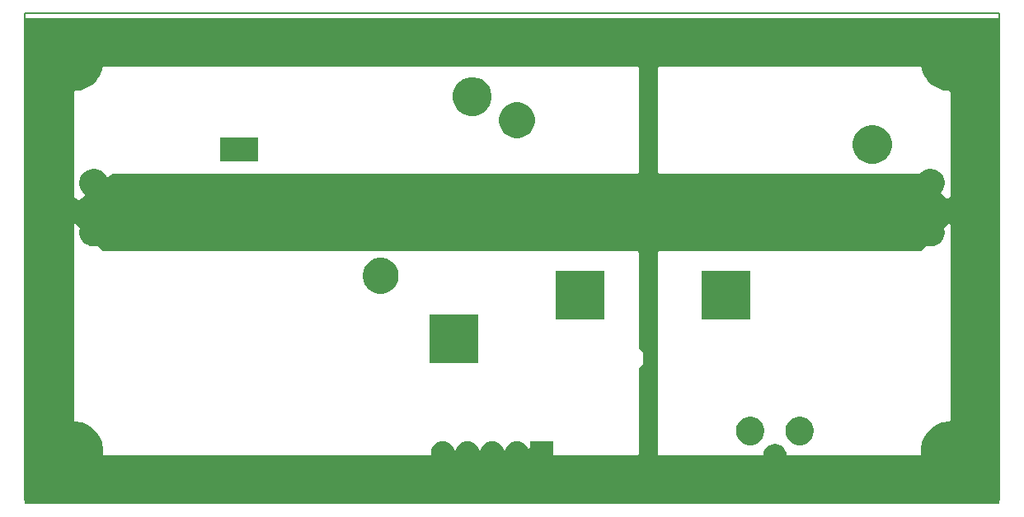
<source format=gts>
G04 #@! TF.GenerationSoftware,KiCad,Pcbnew,(5.0.2)-1*
G04 #@! TF.CreationDate,2019-03-14T16:57:05+01:00*
G04 #@! TF.ProjectId,Themis,5468656d-6973-42e6-9b69-6361645f7063,rev?*
G04 #@! TF.SameCoordinates,Original*
G04 #@! TF.FileFunction,Soldermask,Top*
G04 #@! TF.FilePolarity,Negative*
%FSLAX46Y46*%
G04 Gerber Fmt 4.6, Leading zero omitted, Abs format (unit mm)*
G04 Created by KiCad (PCBNEW (5.0.2)-1) date 14/03/2019 16:57:05*
%MOMM*%
%LPD*%
G01*
G04 APERTURE LIST*
%ADD10C,0.150000*%
%ADD11C,0.100000*%
G04 APERTURE END LIST*
D10*
X90000000Y-135000000D02*
X90000000Y-85000000D01*
X190000000Y-135000000D02*
X90000000Y-135000000D01*
X190000000Y-85000000D02*
X190000000Y-135000000D01*
X90000000Y-85000000D02*
X190000000Y-85000000D01*
D11*
G36*
X190000000Y-135500000D02*
X90000000Y-135500000D01*
X90000000Y-106801776D01*
X95000000Y-106801776D01*
X95000000Y-126875000D01*
X95002402Y-126899386D01*
X95009515Y-126922835D01*
X95021066Y-126944446D01*
X95036612Y-126963388D01*
X95055554Y-126978934D01*
X95077165Y-126990485D01*
X95100614Y-126997598D01*
X95125000Y-127000000D01*
X95295476Y-127000000D01*
X95681870Y-127076859D01*
X95875068Y-127115288D01*
X96421033Y-127341434D01*
X96909077Y-127667535D01*
X96912392Y-127669750D01*
X97330250Y-128087608D01*
X97330252Y-128087611D01*
X97658566Y-128578967D01*
X97884712Y-129124932D01*
X97923141Y-129318130D01*
X98000000Y-129704524D01*
X98000000Y-130295474D01*
X97989032Y-130350613D01*
X97986630Y-130374999D01*
X97989032Y-130399386D01*
X97996145Y-130422835D01*
X98007696Y-130444446D01*
X98023241Y-130463388D01*
X98042183Y-130478933D01*
X98063794Y-130490485D01*
X98087243Y-130497598D01*
X98111630Y-130500000D01*
X131555000Y-130500000D01*
X131579386Y-130497598D01*
X131602835Y-130490485D01*
X131624446Y-130478934D01*
X131643388Y-130463388D01*
X131658934Y-130444446D01*
X131670485Y-130422835D01*
X131677598Y-130399386D01*
X131680000Y-130375000D01*
X131680000Y-130141049D01*
X131697363Y-129964763D01*
X131697363Y-129964759D01*
X131765981Y-129738558D01*
X131765983Y-129738554D01*
X131765983Y-129738553D01*
X131877408Y-129530090D01*
X132027367Y-129347366D01*
X132210091Y-129197408D01*
X132418554Y-129085983D01*
X132418557Y-129085982D01*
X132418559Y-129085981D01*
X132644760Y-129017363D01*
X132880000Y-128994194D01*
X133115241Y-129017363D01*
X133341442Y-129085981D01*
X133341444Y-129085982D01*
X133341447Y-129085983D01*
X133549910Y-129197408D01*
X133732634Y-129347366D01*
X133882592Y-129530090D01*
X133994018Y-129738554D01*
X134030382Y-129858431D01*
X134039760Y-129881071D01*
X134053374Y-129901445D01*
X134070701Y-129918772D01*
X134091075Y-129932386D01*
X134113714Y-129941764D01*
X134137748Y-129946544D01*
X134162252Y-129946544D01*
X134186285Y-129941764D01*
X134208925Y-129932386D01*
X134229299Y-129918772D01*
X134246626Y-129901445D01*
X134260240Y-129881071D01*
X134269618Y-129858431D01*
X134305982Y-129738554D01*
X134417408Y-129530090D01*
X134567367Y-129347366D01*
X134750091Y-129197408D01*
X134958554Y-129085983D01*
X134958557Y-129085982D01*
X134958559Y-129085981D01*
X135184760Y-129017363D01*
X135420000Y-128994194D01*
X135655241Y-129017363D01*
X135881442Y-129085981D01*
X135881444Y-129085982D01*
X135881447Y-129085983D01*
X136089910Y-129197408D01*
X136272634Y-129347366D01*
X136422592Y-129530090D01*
X136534018Y-129738554D01*
X136570382Y-129858431D01*
X136579760Y-129881071D01*
X136593374Y-129901445D01*
X136610701Y-129918772D01*
X136631075Y-129932386D01*
X136653714Y-129941764D01*
X136677748Y-129946544D01*
X136702252Y-129946544D01*
X136726285Y-129941764D01*
X136748925Y-129932386D01*
X136769299Y-129918772D01*
X136786626Y-129901445D01*
X136800240Y-129881071D01*
X136809618Y-129858431D01*
X136845982Y-129738554D01*
X136957408Y-129530090D01*
X137107367Y-129347366D01*
X137290091Y-129197408D01*
X137498554Y-129085983D01*
X137498557Y-129085982D01*
X137498559Y-129085981D01*
X137724760Y-129017363D01*
X137960000Y-128994194D01*
X138195241Y-129017363D01*
X138421442Y-129085981D01*
X138421444Y-129085982D01*
X138421447Y-129085983D01*
X138629910Y-129197408D01*
X138812634Y-129347366D01*
X138962592Y-129530090D01*
X139074018Y-129738554D01*
X139110382Y-129858431D01*
X139119760Y-129881071D01*
X139133374Y-129901445D01*
X139150701Y-129918772D01*
X139171075Y-129932386D01*
X139193714Y-129941764D01*
X139217748Y-129946544D01*
X139242252Y-129946544D01*
X139266285Y-129941764D01*
X139288925Y-129932386D01*
X139309299Y-129918772D01*
X139326626Y-129901445D01*
X139340240Y-129881071D01*
X139349618Y-129858431D01*
X139385982Y-129738554D01*
X139497408Y-129530090D01*
X139647367Y-129347366D01*
X139830091Y-129197408D01*
X140038554Y-129085983D01*
X140038557Y-129085982D01*
X140038559Y-129085981D01*
X140264760Y-129017363D01*
X140500000Y-128994194D01*
X140735241Y-129017363D01*
X140961442Y-129085981D01*
X140961444Y-129085982D01*
X140961447Y-129085983D01*
X141169910Y-129197408D01*
X141352634Y-129347366D01*
X141502592Y-129530090D01*
X141604760Y-129721234D01*
X141618374Y-129741609D01*
X141635701Y-129758936D01*
X141656075Y-129772550D01*
X141678714Y-129781927D01*
X141702748Y-129786708D01*
X141727252Y-129786708D01*
X141751285Y-129781928D01*
X141773924Y-129772550D01*
X141794299Y-129758936D01*
X141811626Y-129741609D01*
X141825240Y-129721235D01*
X141834617Y-129698596D01*
X141839398Y-129674562D01*
X141840000Y-129662310D01*
X141840000Y-129000000D01*
X144240000Y-129000000D01*
X144240000Y-130375000D01*
X144242402Y-130399386D01*
X144249515Y-130422835D01*
X144261066Y-130444446D01*
X144276612Y-130463388D01*
X144295554Y-130478934D01*
X144317165Y-130490485D01*
X144340614Y-130497598D01*
X144365000Y-130500000D01*
X152875000Y-130500000D01*
X152899386Y-130497598D01*
X152922835Y-130490485D01*
X152944446Y-130478934D01*
X152963388Y-130463388D01*
X152978934Y-130444446D01*
X152990485Y-130422835D01*
X152997598Y-130399386D01*
X153000000Y-130375000D01*
X153000000Y-121500000D01*
X153463388Y-121036612D01*
X153478934Y-121017670D01*
X153490485Y-120996059D01*
X153497598Y-120972610D01*
X153500000Y-120948224D01*
X153500000Y-120051776D01*
X153497598Y-120027390D01*
X153490485Y-120003941D01*
X153478934Y-119982330D01*
X153463388Y-119963388D01*
X153000000Y-119500000D01*
X153000000Y-109625000D01*
X155000000Y-109625000D01*
X155000000Y-130375000D01*
X155002402Y-130399386D01*
X155009515Y-130422835D01*
X155021066Y-130444446D01*
X155036612Y-130463388D01*
X155055554Y-130478934D01*
X155077165Y-130490485D01*
X155100614Y-130497598D01*
X155125000Y-130500000D01*
X165675510Y-130500000D01*
X165699896Y-130497598D01*
X165723345Y-130490485D01*
X165744956Y-130478934D01*
X165763898Y-130463388D01*
X165779444Y-130444446D01*
X165790995Y-130422835D01*
X165798108Y-130399386D01*
X165799172Y-130388588D01*
X165846605Y-130150124D01*
X165937026Y-129931828D01*
X166068297Y-129735367D01*
X166235367Y-129568297D01*
X166431828Y-129437026D01*
X166650124Y-129346605D01*
X166881859Y-129300510D01*
X167118141Y-129300510D01*
X167349876Y-129346605D01*
X167568172Y-129437026D01*
X167764633Y-129568297D01*
X167931703Y-129735367D01*
X168062974Y-129931828D01*
X168153395Y-130150124D01*
X168200828Y-130388588D01*
X168201892Y-130399386D01*
X168209005Y-130422835D01*
X168220556Y-130444446D01*
X168236102Y-130463388D01*
X168255044Y-130478934D01*
X168276655Y-130490485D01*
X168300104Y-130497598D01*
X168324490Y-130500000D01*
X181888370Y-130500000D01*
X181912756Y-130497598D01*
X181936205Y-130490485D01*
X181957816Y-130478934D01*
X181976758Y-130463388D01*
X181992304Y-130444446D01*
X182003855Y-130422835D01*
X182010968Y-130399386D01*
X182013370Y-130375000D01*
X182010968Y-130350613D01*
X182000000Y-130295474D01*
X182000000Y-129704524D01*
X182076859Y-129318130D01*
X182115288Y-129124932D01*
X182341434Y-128578967D01*
X182669748Y-128087611D01*
X182669750Y-128087608D01*
X183087608Y-127669750D01*
X183090923Y-127667535D01*
X183578967Y-127341434D01*
X184124932Y-127115288D01*
X184318130Y-127076859D01*
X184704524Y-127000000D01*
X184875000Y-127000000D01*
X184899386Y-126997598D01*
X184922835Y-126990485D01*
X184944446Y-126978934D01*
X184963388Y-126963388D01*
X184978934Y-126944446D01*
X184990485Y-126922835D01*
X184997598Y-126899386D01*
X185000000Y-126875000D01*
X185000000Y-106801776D01*
X184997598Y-106777390D01*
X184990485Y-106753941D01*
X184978934Y-106732330D01*
X184963388Y-106713388D01*
X184944446Y-106697842D01*
X184922835Y-106686291D01*
X184899386Y-106679178D01*
X184875000Y-106676776D01*
X184850614Y-106679178D01*
X184827165Y-106686291D01*
X184805554Y-106697842D01*
X184786612Y-106713388D01*
X184406007Y-107093993D01*
X184390461Y-107112935D01*
X184378910Y-107134546D01*
X184371797Y-107157995D01*
X184369395Y-107182381D01*
X184371797Y-107206767D01*
X184409680Y-107397218D01*
X184409680Y-107682782D01*
X184353970Y-107962855D01*
X184244690Y-108226680D01*
X184086038Y-108464120D01*
X183884120Y-108666038D01*
X183646680Y-108824690D01*
X183382855Y-108933970D01*
X183102782Y-108989680D01*
X182817218Y-108989680D01*
X182626767Y-108951797D01*
X182602381Y-108949395D01*
X182577995Y-108951797D01*
X182554546Y-108958910D01*
X182532935Y-108970461D01*
X182513993Y-108986007D01*
X182000000Y-109500000D01*
X155125000Y-109500000D01*
X155100614Y-109502402D01*
X155077165Y-109509515D01*
X155055554Y-109521066D01*
X155036612Y-109536612D01*
X155021066Y-109555554D01*
X155009515Y-109577165D01*
X155002402Y-109600614D01*
X155000000Y-109625000D01*
X153000000Y-109625000D01*
X152997598Y-109600614D01*
X152990485Y-109577165D01*
X152978934Y-109555554D01*
X152963388Y-109536612D01*
X152944446Y-109521066D01*
X152922835Y-109509515D01*
X152899386Y-109502402D01*
X152875000Y-109500000D01*
X98000000Y-109500000D01*
X97486007Y-108986007D01*
X97467065Y-108970461D01*
X97445454Y-108958910D01*
X97422005Y-108951797D01*
X97397619Y-108949395D01*
X97373233Y-108951797D01*
X97182782Y-108989680D01*
X96897218Y-108989680D01*
X96617145Y-108933970D01*
X96353320Y-108824690D01*
X96115880Y-108666038D01*
X95913962Y-108464120D01*
X95755310Y-108226680D01*
X95646030Y-107962855D01*
X95590320Y-107682782D01*
X95590320Y-107397218D01*
X95628203Y-107206767D01*
X95630605Y-107182381D01*
X95628203Y-107157995D01*
X95621090Y-107134546D01*
X95609539Y-107112935D01*
X95593993Y-107093993D01*
X95213388Y-106713388D01*
X95194446Y-106697842D01*
X95172835Y-106686291D01*
X95149386Y-106679178D01*
X95125000Y-106676776D01*
X95100614Y-106679178D01*
X95077165Y-106686291D01*
X95055554Y-106697842D01*
X95036612Y-106713388D01*
X95021066Y-106732330D01*
X95009515Y-106753941D01*
X95002402Y-106777390D01*
X95000000Y-106801776D01*
X90000000Y-106801776D01*
X90000000Y-93125000D01*
X95000000Y-93125000D01*
X95000000Y-103825266D01*
X95002402Y-103849652D01*
X95009515Y-103873101D01*
X95021066Y-103894712D01*
X95036612Y-103913654D01*
X95055554Y-103929200D01*
X95060077Y-103931617D01*
X95264633Y-104068297D01*
X95418853Y-104222517D01*
X95437795Y-104238063D01*
X95459406Y-104249614D01*
X95482855Y-104256727D01*
X95507241Y-104259129D01*
X95531627Y-104256727D01*
X95555076Y-104249614D01*
X95585328Y-104231737D01*
X96133240Y-103793406D01*
X96150782Y-103776297D01*
X96164649Y-103756094D01*
X96174308Y-103733574D01*
X96179388Y-103709602D01*
X96179694Y-103685099D01*
X96175214Y-103661008D01*
X96166120Y-103638254D01*
X96152761Y-103617711D01*
X96135652Y-103600169D01*
X96124599Y-103591864D01*
X96115880Y-103586038D01*
X95913962Y-103384120D01*
X95755310Y-103146680D01*
X95646030Y-102882855D01*
X95590320Y-102602782D01*
X95590320Y-102317218D01*
X95646030Y-102037145D01*
X95755310Y-101773320D01*
X95913962Y-101535880D01*
X96115880Y-101333962D01*
X96353320Y-101175310D01*
X96617145Y-101066030D01*
X96897218Y-101010320D01*
X97182782Y-101010320D01*
X97462855Y-101066030D01*
X97726680Y-101175310D01*
X97964120Y-101333962D01*
X98166038Y-101535880D01*
X98324689Y-101773318D01*
X98344072Y-101820112D01*
X98355624Y-101841723D01*
X98371169Y-101860665D01*
X98390111Y-101876210D01*
X98411722Y-101887761D01*
X98435172Y-101894874D01*
X98459558Y-101897276D01*
X98483944Y-101894874D01*
X98507393Y-101887761D01*
X98537644Y-101869885D01*
X98990386Y-101507691D01*
X98990387Y-101507691D01*
X99000000Y-101500000D01*
X152875000Y-101500000D01*
X152899386Y-101497598D01*
X152922835Y-101490485D01*
X152944446Y-101478934D01*
X152963388Y-101463388D01*
X152978934Y-101444446D01*
X152990485Y-101422835D01*
X152997598Y-101399386D01*
X153000000Y-101375000D01*
X153000000Y-90625000D01*
X155000000Y-90625000D01*
X155000000Y-101375000D01*
X155002402Y-101399386D01*
X155009515Y-101422835D01*
X155021066Y-101444446D01*
X155036612Y-101463388D01*
X155055554Y-101478934D01*
X155077165Y-101490485D01*
X155100614Y-101497598D01*
X155125000Y-101500000D01*
X181818066Y-101500000D01*
X181842452Y-101497598D01*
X181865901Y-101490485D01*
X181887512Y-101478934D01*
X181906454Y-101463388D01*
X182035880Y-101333962D01*
X182273320Y-101175310D01*
X182537145Y-101066030D01*
X182817218Y-101010320D01*
X183102782Y-101010320D01*
X183382855Y-101066030D01*
X183646680Y-101175310D01*
X183884120Y-101333962D01*
X184086038Y-101535880D01*
X184244690Y-101773320D01*
X184353970Y-102037145D01*
X184409680Y-102317218D01*
X184409680Y-102602782D01*
X184353970Y-102882855D01*
X184244690Y-103146680D01*
X184086038Y-103384120D01*
X184073467Y-103396691D01*
X184057921Y-103415633D01*
X184046370Y-103437244D01*
X184039257Y-103460693D01*
X184036855Y-103485079D01*
X184039257Y-103509465D01*
X184046370Y-103532914D01*
X184057921Y-103554525D01*
X184073467Y-103573467D01*
X184563444Y-104063444D01*
X184582386Y-104078990D01*
X184603997Y-104090541D01*
X184627446Y-104097654D01*
X184651832Y-104100056D01*
X184676218Y-104097654D01*
X184699667Y-104090541D01*
X184721278Y-104078990D01*
X184729664Y-104072108D01*
X184735369Y-104068296D01*
X184735370Y-104068295D01*
X184931828Y-103937026D01*
X184931829Y-103937026D01*
X184939916Y-103931622D01*
X184944437Y-103929206D01*
X184963381Y-103913662D01*
X184978928Y-103894721D01*
X184990481Y-103873111D01*
X184997596Y-103849663D01*
X185000000Y-103825266D01*
X185000000Y-93125000D01*
X184997598Y-93100614D01*
X184990485Y-93077165D01*
X184978934Y-93055554D01*
X184963388Y-93036612D01*
X184944446Y-93021066D01*
X184922835Y-93009515D01*
X184899386Y-93002402D01*
X184875000Y-93000000D01*
X184704524Y-93000000D01*
X184318130Y-92923141D01*
X184124932Y-92884712D01*
X183578967Y-92658566D01*
X183087611Y-92330252D01*
X183087608Y-92330250D01*
X182669750Y-91912392D01*
X182593063Y-91797622D01*
X182341434Y-91421033D01*
X182115288Y-90875068D01*
X182060696Y-90600613D01*
X182053583Y-90577165D01*
X182042032Y-90555554D01*
X182026486Y-90536612D01*
X182007544Y-90521066D01*
X181985933Y-90509515D01*
X181962484Y-90502402D01*
X181938098Y-90500000D01*
X155125000Y-90500000D01*
X155100614Y-90502402D01*
X155077165Y-90509515D01*
X155055554Y-90521066D01*
X155036612Y-90536612D01*
X155021066Y-90555554D01*
X155009515Y-90577165D01*
X155002402Y-90600614D01*
X155000000Y-90625000D01*
X153000000Y-90625000D01*
X152997598Y-90600614D01*
X152990485Y-90577165D01*
X152978934Y-90555554D01*
X152963388Y-90536612D01*
X152944446Y-90521066D01*
X152922835Y-90509515D01*
X152899386Y-90502402D01*
X152875000Y-90500000D01*
X98061902Y-90500000D01*
X98037516Y-90502402D01*
X98014067Y-90509515D01*
X97992456Y-90521066D01*
X97973514Y-90536612D01*
X97957968Y-90555554D01*
X97946417Y-90577165D01*
X97939304Y-90600613D01*
X97884712Y-90875068D01*
X97658566Y-91421033D01*
X97406937Y-91797622D01*
X97330250Y-91912392D01*
X96912392Y-92330250D01*
X96912389Y-92330252D01*
X96421033Y-92658566D01*
X95875068Y-92884712D01*
X95681870Y-92923141D01*
X95295476Y-93000000D01*
X95125000Y-93000000D01*
X95100614Y-93002402D01*
X95077165Y-93009515D01*
X95055554Y-93021066D01*
X95036612Y-93036612D01*
X95021066Y-93055554D01*
X95009515Y-93077165D01*
X95002402Y-93100614D01*
X95000000Y-93125000D01*
X90000000Y-93125000D01*
X90000000Y-85500000D01*
X190000000Y-85500000D01*
X190000000Y-135500000D01*
X190000000Y-135500000D01*
G37*
G36*
X136500000Y-121000000D02*
X131500000Y-121000000D01*
X131500000Y-116000000D01*
X136500000Y-116000000D01*
X136500000Y-121000000D01*
X136500000Y-121000000D01*
G37*
G36*
X149500000Y-116500000D02*
X144500000Y-116500000D01*
X144500000Y-111500000D01*
X149500000Y-111500000D01*
X149500000Y-116500000D01*
X149500000Y-116500000D01*
G37*
G36*
X127039622Y-110221094D02*
X127039624Y-110221095D01*
X127039625Y-110221095D01*
X127163993Y-110272610D01*
X127376304Y-110360552D01*
X127679309Y-110563013D01*
X127936987Y-110820691D01*
X128139448Y-111123696D01*
X128278906Y-111460378D01*
X128350000Y-111817789D01*
X128350000Y-112182211D01*
X128278906Y-112539622D01*
X128139448Y-112876304D01*
X127936987Y-113179309D01*
X127679309Y-113436987D01*
X127376304Y-113639448D01*
X127163993Y-113727390D01*
X127039625Y-113778905D01*
X127039624Y-113778905D01*
X127039622Y-113778906D01*
X126682211Y-113850000D01*
X126317789Y-113850000D01*
X125960378Y-113778906D01*
X125960376Y-113778905D01*
X125960375Y-113778905D01*
X125836007Y-113727390D01*
X125623696Y-113639448D01*
X125320691Y-113436987D01*
X125063013Y-113179309D01*
X124860552Y-112876304D01*
X124721094Y-112539622D01*
X124650000Y-112182211D01*
X124650000Y-111817789D01*
X124721094Y-111460378D01*
X124860552Y-111123696D01*
X125063013Y-110820691D01*
X125320691Y-110563013D01*
X125623696Y-110360552D01*
X125836007Y-110272610D01*
X125960375Y-110221095D01*
X125960376Y-110221095D01*
X125960378Y-110221094D01*
X126317789Y-110150000D01*
X126682211Y-110150000D01*
X127039622Y-110221094D01*
X127039622Y-110221094D01*
G37*
G36*
X169962855Y-126566030D02*
X170226680Y-126675310D01*
X170464120Y-126833962D01*
X170666038Y-127035880D01*
X170824690Y-127273320D01*
X170933970Y-127537145D01*
X170989680Y-127817218D01*
X170989680Y-128102782D01*
X170933970Y-128382855D01*
X170824690Y-128646680D01*
X170666038Y-128884120D01*
X170464120Y-129086038D01*
X170226680Y-129244690D01*
X169962855Y-129353970D01*
X169682782Y-129409680D01*
X169397218Y-129409680D01*
X169117145Y-129353970D01*
X168853320Y-129244690D01*
X168615880Y-129086038D01*
X168413962Y-128884120D01*
X168255310Y-128646680D01*
X168146030Y-128382855D01*
X168090320Y-128102782D01*
X168090320Y-127817218D01*
X168146030Y-127537145D01*
X168255310Y-127273320D01*
X168413962Y-127035880D01*
X168615880Y-126833962D01*
X168853320Y-126675310D01*
X169117145Y-126566030D01*
X169397218Y-126510320D01*
X169682782Y-126510320D01*
X169962855Y-126566030D01*
X169962855Y-126566030D01*
G37*
G36*
X164882855Y-126566030D02*
X165146680Y-126675310D01*
X165384120Y-126833962D01*
X165586038Y-127035880D01*
X165744690Y-127273320D01*
X165853970Y-127537145D01*
X165909680Y-127817218D01*
X165909680Y-128102782D01*
X165853970Y-128382855D01*
X165744690Y-128646680D01*
X165586038Y-128884120D01*
X165384120Y-129086038D01*
X165146680Y-129244690D01*
X164882855Y-129353970D01*
X164602782Y-129409680D01*
X164317218Y-129409680D01*
X164037145Y-129353970D01*
X163773320Y-129244690D01*
X163535880Y-129086038D01*
X163333962Y-128884120D01*
X163175310Y-128646680D01*
X163066030Y-128382855D01*
X163010320Y-128102782D01*
X163010320Y-127817218D01*
X163066030Y-127537145D01*
X163175310Y-127273320D01*
X163333962Y-127035880D01*
X163535880Y-126833962D01*
X163773320Y-126675310D01*
X164037145Y-126566030D01*
X164317218Y-126510320D01*
X164602782Y-126510320D01*
X164882855Y-126566030D01*
X164882855Y-126566030D01*
G37*
G36*
X164500000Y-116500000D02*
X159500000Y-116500000D01*
X159500000Y-111500000D01*
X164500000Y-111500000D01*
X164500000Y-116500000D01*
X164500000Y-116500000D01*
G37*
G36*
X113950000Y-100200000D02*
X110050000Y-100200000D01*
X110050000Y-97800000D01*
X113950000Y-97800000D01*
X113950000Y-100200000D01*
X113950000Y-100200000D01*
G37*
G36*
X141039622Y-94221094D02*
X141039624Y-94221095D01*
X141039625Y-94221095D01*
X141163993Y-94272610D01*
X141376304Y-94360552D01*
X141679309Y-94563013D01*
X141936987Y-94820691D01*
X142139448Y-95123696D01*
X142278906Y-95460378D01*
X142350000Y-95817789D01*
X142350000Y-96182211D01*
X142278906Y-96539622D01*
X142139448Y-96876304D01*
X141936987Y-97179309D01*
X141679309Y-97436987D01*
X141376304Y-97639448D01*
X141163993Y-97727390D01*
X141039625Y-97778905D01*
X141039624Y-97778905D01*
X141039622Y-97778906D01*
X140682211Y-97850000D01*
X140317789Y-97850000D01*
X139960378Y-97778906D01*
X139960376Y-97778905D01*
X139960375Y-97778905D01*
X139836007Y-97727390D01*
X139623696Y-97639448D01*
X139320691Y-97436987D01*
X139063013Y-97179309D01*
X138860552Y-96876304D01*
X138721094Y-96539622D01*
X138650000Y-96182211D01*
X138650000Y-95817789D01*
X138721094Y-95460378D01*
X138860552Y-95123696D01*
X139063013Y-94820691D01*
X139320691Y-94563013D01*
X139623696Y-94360552D01*
X139836007Y-94272610D01*
X139960375Y-94221095D01*
X139960376Y-94221095D01*
X139960378Y-94221094D01*
X140317789Y-94150000D01*
X140682211Y-94150000D01*
X141039622Y-94221094D01*
X141039622Y-94221094D01*
G37*
G36*
X136488378Y-91646859D02*
X136852354Y-91797622D01*
X137179929Y-92016501D01*
X137458499Y-92295071D01*
X137677378Y-92622646D01*
X137828141Y-92986622D01*
X137905000Y-93373016D01*
X137905000Y-93766984D01*
X137828141Y-94153378D01*
X137677378Y-94517354D01*
X137458499Y-94844929D01*
X137179929Y-95123499D01*
X136852354Y-95342378D01*
X136488378Y-95493141D01*
X136101984Y-95570000D01*
X135708016Y-95570000D01*
X135321622Y-95493141D01*
X134957646Y-95342378D01*
X134630071Y-95123499D01*
X134351501Y-94844929D01*
X134132622Y-94517354D01*
X133981859Y-94153378D01*
X133905000Y-93766984D01*
X133905000Y-93373016D01*
X133981859Y-92986622D01*
X134132622Y-92622646D01*
X134351501Y-92295071D01*
X134630071Y-92016501D01*
X134957646Y-91797622D01*
X135321622Y-91646859D01*
X135708016Y-91570000D01*
X136101984Y-91570000D01*
X136488378Y-91646859D01*
X136488378Y-91646859D01*
G37*
G36*
X177583378Y-96576859D02*
X177947354Y-96727622D01*
X178274929Y-96946501D01*
X178553499Y-97225071D01*
X178772378Y-97552646D01*
X178923141Y-97916622D01*
X179000000Y-98303016D01*
X179000000Y-98696984D01*
X178923141Y-99083378D01*
X178772378Y-99447354D01*
X178553499Y-99774929D01*
X178274929Y-100053499D01*
X177947354Y-100272378D01*
X177583378Y-100423141D01*
X177196984Y-100500000D01*
X176803016Y-100500000D01*
X176416622Y-100423141D01*
X176052646Y-100272378D01*
X175725071Y-100053499D01*
X175446501Y-99774929D01*
X175227622Y-99447354D01*
X175076859Y-99083378D01*
X175000000Y-98696984D01*
X175000000Y-98303016D01*
X175076859Y-97916622D01*
X175227622Y-97552646D01*
X175446501Y-97225071D01*
X175725071Y-96946501D01*
X176052646Y-96727622D01*
X176416622Y-96576859D01*
X176803016Y-96500000D01*
X177196984Y-96500000D01*
X177583378Y-96576859D01*
X177583378Y-96576859D01*
G37*
M02*

</source>
